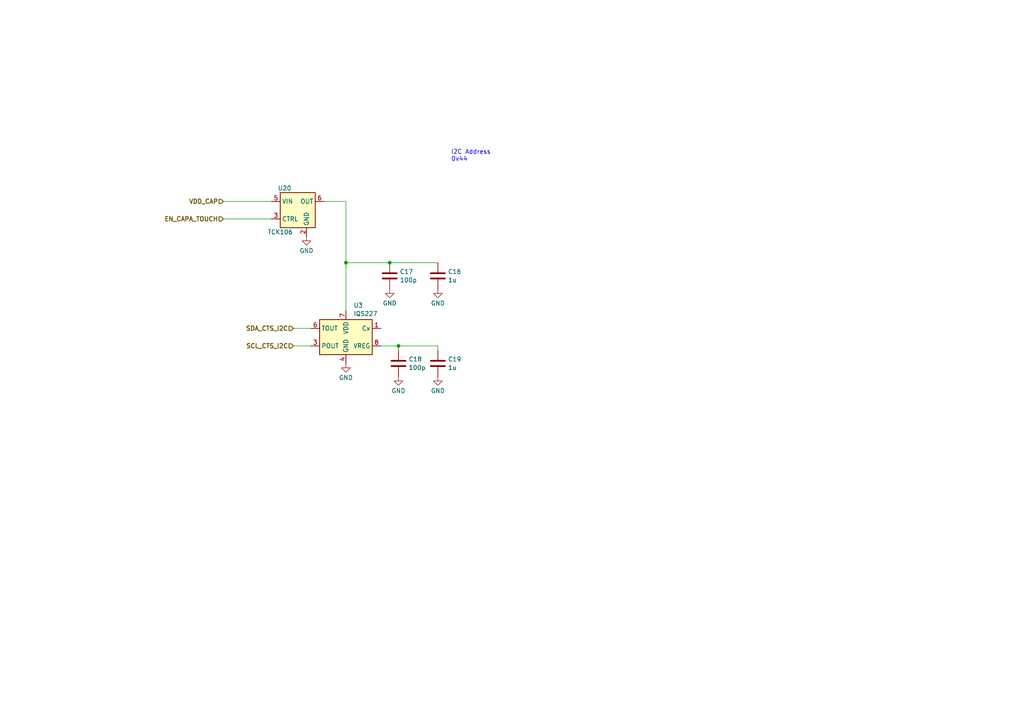
<source format=kicad_sch>
(kicad_sch (version 20230121) (generator eeschema)
  (paper "A4")
  (lib_symbols
    (symbol "Device:C" (pin_numbers hide) (pin_names (offset 0.254))
      (property "Reference" "C" (at 0.635 2.54 0))
      (property "Value" "C" (at 0.635 -2.54 0))
      (symbol "C_0_1"
        (polyline (pts (xy -2.032 -0.762) (xy 2.032 -0.762)) (stroke (width 0.508)))
        (polyline (pts (xy -2.032 0.762) (xy 2.032 0.762)) (stroke (width 0.508)))
      )
      (symbol "C_1_1"
        (pin passive line (at 0 3.81 270) (length 2.794) (name "~") (number "1"))
        (pin passive line (at 0 -3.81 90) (length 2.794) (name "~") (number "2"))
      )
    )
    (symbol "Power_Management:BTS5045-1EJA"
      (property "Reference" "U14" (at -3.81 6.35 0))
      (property "Value" "TCK106" (at -2.54 -6.35 0))
      (symbol "BTS5045-1EJA_0_1"
        (rectangle (start -5.08 5.08) (end 5.08 -5.08) (stroke (width 0.254)) (fill (type background)))
      )
      (symbol "BTS5045-1EJA_1_1"
        (pin power_in line (at 2.54 -7.62 90) (length 2.54) (name "GND") (number "2"))
        (pin output line (at -7.62 -2.54 0) (length 2.54) (name "CTRL") (number "3"))
        (pin input line (at -7.62 2.54 0) (length 2.54) (name "VIN") (number "5"))
        (pin power_out line (at 7.62 2.54 180) (length 2.54) (name "OUT") (number "6"))
      )
    )
    (symbol "Sensor_Touch:AT42QT1010-M"
      (property "Reference" "U3" (at 2.1941 9.2243 0))
      (property "Value" "IQS227" (at 2.1941 6.8001 0))
      (symbol "AT42QT1010-M_0_1"
        (rectangle (start -7.62 5.08) (end 7.62 -5.08) (stroke (width 0.254)) (fill (type background)))
      )
      (symbol "AT42QT1010-M_1_1"
        (pin passive line (at 10.16 2.54 180) (length 2.54) (name "Cx") (number "1"))
        (pin no_connect line (at -7.62 0 0) (length 2.54) hide (name "NC") (number "2"))
        (pin no_connect line (at 7.62 0 180) (length 2.54) hide (name "NC") (number "3"))
        (pin output line (at -10.16 -2.54 0) (length 2.54) (name "POUT") (number "3"))
        (pin power_in line (at 0 -7.62 90) (length 2.54) (name "GND") (number "4"))
        (pin input line (at -10.16 2.54 0) (length 2.54) (name "TOUT") (number "6"))
        (pin power_in line (at 0 7.62 270) (length 2.54) (name "VDD") (number "7"))
        (pin passive line (at 10.16 -2.54 180) (length 2.54) (name "VREG") (number "8"))
        (pin passive line (at 0 -7.62 90) (length 2.54) hide (name "VSS") (number "9"))
      )
    )
    (symbol "power:GND" (power) (pin_names (offset 0))
      (property "Value" "GND" (at 0 -3.81 0))
      (symbol "GND_0_1"
        (polyline (pts (xy 0 0) (xy 0 -1.27) (xy 1.27 -1.27) (xy 0 -2.54) (xy -1.27 -1.27) (xy 0 -1.27)))
      )
      (symbol "GND_1_1"
        (pin power_in line (at 0 0 270) (length 0) hide (name "GND") (number "1"))
      )
    )
  )
  (junction (at 115.57 100.33))
  (junction (at 100.33 76.2))
  (junction (at 113.03 76.2))
  (wire (pts (xy 64.77 63.5) (xy 78.74 63.5)))
  (wire (pts (xy 100.33 58.42) (xy 100.33 76.2)))
  (wire (pts (xy 93.98 58.42) (xy 100.33 58.42)))
  (wire (pts (xy 115.57 100.33) (xy 127 100.33)))
  (wire (pts (xy 85.09 95.25) (xy 90.17 95.25)))
  (wire (pts (xy 110.49 100.33) (xy 115.57 100.33)))
  (wire (pts (xy 64.77 58.42) (xy 78.74 58.42)))
  (wire (pts (xy 127 100.33) (xy 127 101.6)))
  (wire (pts (xy 113.03 76.2) (xy 127 76.2)))
  (wire (pts (xy 100.33 76.2) (xy 100.33 90.17)))
  (wire (pts (xy 115.57 100.33) (xy 115.57 101.6)))
  (wire (pts (xy 100.33 76.2) (xy 113.03 76.2)))
  (wire (pts (xy 85.09 100.33) (xy 90.17 100.33)))
  (text "I2C Address \n0x44" (at 130.81 46.99 0) (effects (font (size 1.27 1.27)) (justify left bottom)))
  (hierarchical_label "VDD_CAP" (shape input) (at 64.77 58.42 180) (effects (font bold)))
  (hierarchical_label "SCL_CTS_I2C" (shape input) (at 85.09 100.33 180) (effects (font bold)))
  (hierarchical_label "SDA_CTS_I2C" (shape input) (at 85.09 95.25 180) (effects (font bold)))
  (hierarchical_label "EN_CAPA_TOUCH" (shape input) (at 64.77 63.5 180) (effects (font bold)))
  (symbol (lib_id "Device:C") (at 127 105.41 0) (unit 1)
    (property "Reference" "C19" (at 129.921 104.1979 0) (effects (justify left)))
    (property "Value" "1u" (at 129.921 106.6221 0) (effects (justify left)))
  )
  (symbol (lib_id "power:GND") (at 127 109.22 0) (unit 1)
    (property "Reference" "#PWR041" (effects hide))
    (property "Value" "GND" (at 127 113.3531 0))
  )
  (symbol (lib_id "Device:C") (at 113.03 80.01 0) (unit 1)
    (property "Reference" "C17" (at 115.951 78.7979 0) (effects (justify left)))
    (property "Value" "100p" (at 115.951 81.2221 0) (effects (justify left)))
  )
  (symbol (lib_id "Device:C") (at 115.57 105.41 0) (unit 1)
    (property "Reference" "C18" (at 118.491 104.1979 0) (effects (justify left)))
    (property "Value" "100p" (at 118.491 106.6221 0) (effects (justify left)))
  )
  (symbol (lib_id "power:GND") (at 113.03 83.82 0) (unit 1)
    (property "Reference" "#PWR038" (effects hide))
    (property "Value" "GND" (at 113.03 87.9531 0))
  )
  (symbol (lib_id "power:GND") (at 115.57 109.22 0) (unit 1)
    (property "Reference" "#PWR040" (effects hide))
    (property "Value" "GND" (at 115.57 113.3531 0))
  )
  (symbol (lib_id "Power_Management:BTS5045-1EJA") (at 86.36 60.96 0) (unit 1)
    (property "Reference" "U20" (at 82.55 54.61 0))
    (property "Value" "TCK106" (at 81.28 67.31 0))
    (property "Footprint" "Package_SO:Infineon_PG-DSO-8-43" (effects hide))
    (property "Datasheet" "http://www.infineon.com/dgdl/Infineon-BTS5045-1EJA-DS-v02_02-EN.pdf?fileId=5546d4625a888733015aa411125b1069" (effects hide))
  )
  (symbol (lib_id "Device:C") (at 127 80.01 0) (unit 1)
    (property "Reference" "C16" (at 129.921 78.7979 0) (effects (justify left)))
    (property "Value" "1u" (at 129.921 81.2221 0) (effects (justify left)))
  )
  (symbol (lib_id "power:GND") (at 100.33 105.41 0) (unit 1)
    (property "Reference" "#PWR042" (effects hide))
    (property "Value" "GND" (at 100.33 109.5431 0))
  )
  (symbol (lib_id "power:GND") (at 88.9 68.58 0) (unit 1)
    (property "Reference" "#PWR037" (effects hide))
    (property "Value" "GND" (at 88.9 72.7131 0))
  )
  (symbol (lib_id "power:GND") (at 127 83.82 0) (unit 1)
    (property "Reference" "#PWR039" (effects hide))
    (property "Value" "GND" (at 127 87.9531 0))
  )
  (symbol (lib_id "Sensor_Touch:AT42QT1010-M") (at 100.33 97.79 0) (unit 1)
    (property "Reference" "U3" (at 102.5241 88.5657 0) (effects (justify left)))
    (property "Value" "IQS227" (at 102.5241 90.9899 0) (effects (justify left)))
    (property "Footprint" "Package_DFN_QFN:DFN-8-1EP_2x2mm_P0.5mm_EP0.9x1.5mm" (effects hide))
    (property "Datasheet" "http://ww1.microchip.com/downloads/en/DeviceDoc/40001946A.pdf" (effects hide))
  )
)
</source>
